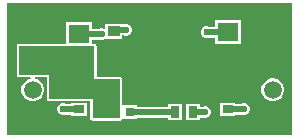
<source format=gbr>
%TF.GenerationSoftware,Altium Limited,Altium Designer,21.4.1 (30)*%
G04 Layer_Physical_Order=1*
G04 Layer_Color=255*
%FSLAX45Y45*%
%MOMM*%
%TF.SameCoordinates,540651E0-2A7D-4A38-944B-493F13BEE0D5*%
%TF.FilePolarity,Positive*%
%TF.FileFunction,Copper,L1,Top,Signal*%
%TF.Part,Single*%
G01*
G75*
%TA.AperFunction,SMDPad,CuDef*%
G04:AMPARAMS|DCode=10|XSize=1.00429mm|YSize=3.18213mm|CornerRadius=0.43687mm|HoleSize=0mm|Usage=FLASHONLY|Rotation=0.000|XOffset=0mm|YOffset=0mm|HoleType=Round|Shape=RoundedRectangle|*
%AMROUNDEDRECTD10*
21,1,1.00429,2.30840,0,0,0.0*
21,1,0.13056,3.18213,0,0,0.0*
1,1,0.87373,0.06528,-1.15420*
1,1,0.87373,-0.06528,-1.15420*
1,1,0.87373,-0.06528,1.15420*
1,1,0.87373,0.06528,1.15420*
%
%ADD10ROUNDEDRECTD10*%
G04:AMPARAMS|DCode=11|XSize=1.00429mm|YSize=0.87213mm|CornerRadius=0.43606mm|HoleSize=0mm|Usage=FLASHONLY|Rotation=0.000|XOffset=0mm|YOffset=0mm|HoleType=Round|Shape=RoundedRectangle|*
%AMROUNDEDRECTD11*
21,1,1.00429,0.00000,0,0,0.0*
21,1,0.13216,0.87213,0,0,0.0*
1,1,0.87213,0.06608,0.00000*
1,1,0.87213,-0.06608,0.00000*
1,1,0.87213,-0.06608,0.00000*
1,1,0.87213,0.06608,0.00000*
%
%ADD11ROUNDEDRECTD11*%
%ADD12R,1.00429X0.87213*%
%ADD13R,1.80620X1.60391*%
%ADD14R,0.90000X0.75000*%
%ADD15R,0.80000X1.00000*%
%ADD16R,0.80000X0.80000*%
%TA.AperFunction,Conductor*%
%ADD17C,0.50000*%
%TA.AperFunction,ComponentPad*%
%ADD18R,1.50000X1.50000*%
%ADD19C,1.50000*%
%TA.AperFunction,ViaPad*%
%ADD20C,0.60000*%
G36*
X12255500Y5334000D02*
X9842500D01*
Y6451600D01*
X12255500D01*
Y5334000D01*
D02*
G37*
%LPC*%
G36*
X11819710Y6302124D02*
X11599090D01*
Y6247346D01*
X11550802D01*
X11540859Y6251465D01*
X11520968D01*
X11502590Y6243853D01*
X11488525Y6229788D01*
X11480913Y6211410D01*
Y6191519D01*
X11488525Y6173142D01*
X11502590Y6159077D01*
X11520968Y6151465D01*
X11540859D01*
X11550802Y6155583D01*
X11599090D01*
Y6101733D01*
X11819710D01*
Y6302124D01*
D02*
G37*
G36*
X10562410Y6289424D02*
X10341790D01*
Y6103692D01*
X9944100D01*
X9936296Y6102140D01*
X9929681Y6097719D01*
X9925260Y6091104D01*
X9923708Y6083300D01*
Y5842000D01*
X9925260Y5834196D01*
X9929681Y5827581D01*
X9936296Y5823160D01*
X9944100Y5821608D01*
X10040147D01*
X10041819Y5808908D01*
X10021732Y5803526D01*
X10000069Y5791019D01*
X9982381Y5773331D01*
X9969874Y5751668D01*
X9963400Y5727507D01*
Y5702493D01*
X9969874Y5678332D01*
X9982381Y5656669D01*
X10000069Y5638981D01*
X10021732Y5626474D01*
X10045893Y5620000D01*
X10070907D01*
X10095068Y5626474D01*
X10116731Y5638981D01*
X10134419Y5656669D01*
X10146926Y5678332D01*
X10153400Y5702493D01*
Y5727507D01*
X10146926Y5751668D01*
X10134419Y5773331D01*
X10116731Y5791019D01*
X10095068Y5803526D01*
X10074981Y5808908D01*
X10076653Y5821608D01*
X10177708D01*
Y5638800D01*
X10179260Y5630996D01*
X10183681Y5624381D01*
X10190296Y5619960D01*
X10198100Y5618408D01*
X10546008D01*
Y5473700D01*
X10547560Y5465896D01*
X10551981Y5459281D01*
X10558596Y5454860D01*
X10566400Y5453308D01*
X10795000D01*
X10802804Y5454860D01*
X10809419Y5459281D01*
X10811853Y5462923D01*
X10823900Y5464500D01*
X10826511Y5464500D01*
X10943900D01*
Y5478618D01*
X11204900D01*
Y5454500D01*
X11324900D01*
Y5594500D01*
X11204900D01*
Y5570382D01*
X10943900D01*
Y5584500D01*
X10828092D01*
X10823900Y5584500D01*
X10815392Y5593676D01*
Y5747829D01*
X10816361Y5752700D01*
X10815392Y5757570D01*
Y5803900D01*
X10813840Y5811704D01*
X10809419Y5818319D01*
X10802804Y5822740D01*
X10795000Y5824292D01*
X10599492D01*
Y6083300D01*
X10597940Y6091104D01*
X10593519Y6097719D01*
X10586904Y6102140D01*
X10579100Y6103692D01*
X10562410D01*
Y6139018D01*
X10622712D01*
X10632654Y6134900D01*
X10652546D01*
X10670923Y6142512D01*
X10675504Y6147094D01*
X10815115D01*
Y6175205D01*
X10830530D01*
X10835854Y6173000D01*
X10855746D01*
X10874123Y6180612D01*
X10888188Y6194677D01*
X10895800Y6213054D01*
Y6232946D01*
X10888188Y6251323D01*
X10874123Y6265388D01*
X10855746Y6273000D01*
X10835854D01*
X10827815Y6269670D01*
X10815114Y6274307D01*
Y6274306D01*
X10674686D01*
Y6239476D01*
X10661985Y6230990D01*
X10652546Y6234900D01*
X10632654D01*
X10622712Y6230782D01*
X10562410D01*
Y6289424D01*
D02*
G37*
G36*
X12102907Y5810000D02*
X12077893D01*
X12053732Y5803526D01*
X12032069Y5791019D01*
X12014381Y5773331D01*
X12001874Y5751668D01*
X11995400Y5727507D01*
Y5702493D01*
X12001874Y5678332D01*
X12014381Y5656669D01*
X12032069Y5638981D01*
X12053732Y5626474D01*
X12077893Y5620000D01*
X12102907D01*
X12127068Y5626474D01*
X12148731Y5638981D01*
X12166419Y5656669D01*
X12178926Y5678332D01*
X12185400Y5702493D01*
Y5727507D01*
X12178926Y5751668D01*
X12166419Y5773331D01*
X12148731Y5791019D01*
X12127068Y5803526D01*
X12102907Y5810000D01*
D02*
G37*
G36*
X10517100Y5604800D02*
X10387100D01*
Y5594948D01*
X10339355D01*
X10325148Y5600833D01*
X10305257D01*
X10286879Y5593221D01*
X10272814Y5579156D01*
X10265202Y5560779D01*
Y5540888D01*
X10272814Y5522510D01*
X10286879Y5508445D01*
X10305257Y5500833D01*
X10325148D01*
X10330826Y5503185D01*
X10387100D01*
Y5489800D01*
X10517100D01*
Y5604800D01*
D02*
G37*
G36*
X11774400D02*
X11644400D01*
Y5489800D01*
X11774400D01*
Y5502278D01*
X11837509D01*
X11838056Y5502051D01*
X11857947D01*
X11876324Y5509663D01*
X11890390Y5523728D01*
X11898002Y5542105D01*
Y5561996D01*
X11890390Y5580374D01*
X11876324Y5594439D01*
X11857947Y5602051D01*
X11838056D01*
X11819679Y5594439D01*
X11819281Y5594041D01*
X11774400D01*
Y5604800D01*
D02*
G37*
G36*
X11474900Y5594500D02*
X11354900D01*
Y5454500D01*
X11474900D01*
Y5478618D01*
X11499012D01*
X11508954Y5474500D01*
X11528846D01*
X11547223Y5482112D01*
X11561288Y5496177D01*
X11568900Y5514554D01*
Y5534446D01*
X11561288Y5552823D01*
X11547223Y5566888D01*
X11528846Y5574500D01*
X11508954D01*
X11499012Y5570382D01*
X11474900D01*
Y5594500D01*
D02*
G37*
%LPD*%
G36*
X10579100Y5803900D02*
X10795000D01*
Y5473700D01*
X10566400D01*
Y5638800D01*
X10198100D01*
Y5842000D01*
X9944100D01*
Y6083300D01*
X10579100D01*
Y5803900D01*
D02*
G37*
D10*
X11403900Y5981700D02*
D03*
D11*
X10744900Y5752700D02*
D03*
Y5981700D02*
D03*
D12*
Y6210700D02*
D03*
D13*
X11709400Y6201929D02*
D03*
Y5981700D02*
D03*
X10452100Y6189229D02*
D03*
Y5969000D02*
D03*
D14*
X11709400Y5547300D02*
D03*
Y5702300D02*
D03*
X10452100Y5547300D02*
D03*
Y5702300D02*
D03*
D15*
X11264900Y5524500D02*
D03*
X11414900D02*
D03*
D16*
X10733900D02*
D03*
X10883900D02*
D03*
D17*
X11729400Y5548159D02*
X11841404D01*
X11845296Y5552051D01*
X11848002D01*
X10316969Y5549067D02*
X10450333D01*
X10315202Y5550833D02*
X10316969Y5549067D01*
X10450333D02*
X10452100Y5547300D01*
X11709400D02*
X11728541D01*
X11729400Y5548159D01*
X11708936Y6201465D02*
X11709400Y6201929D01*
X11530913Y6201465D02*
X11708936D01*
X10452100Y6189229D02*
X10456429Y6184900D01*
X10642600D01*
X10755287Y6221087D02*
X10843887D01*
X10845800Y6223000D01*
X10744900Y6210700D02*
X10755287Y6221087D01*
X11414900Y5524500D02*
X11518900D01*
X10883900D02*
X11264900D01*
D18*
X12090400Y5969000D02*
D03*
X10058400D02*
D03*
D19*
X12090400Y5715000D02*
D03*
X10058400D02*
D03*
D20*
X11848002Y5552051D02*
D03*
X10315202Y5550833D02*
D03*
X11530913Y6201465D02*
D03*
X10642600Y6184900D02*
D03*
X10845800Y6223000D02*
D03*
X11518900Y5524500D02*
D03*
%TF.MD5,c69d5a3beeafb4513d91f0af14c09351*%
M02*

</source>
